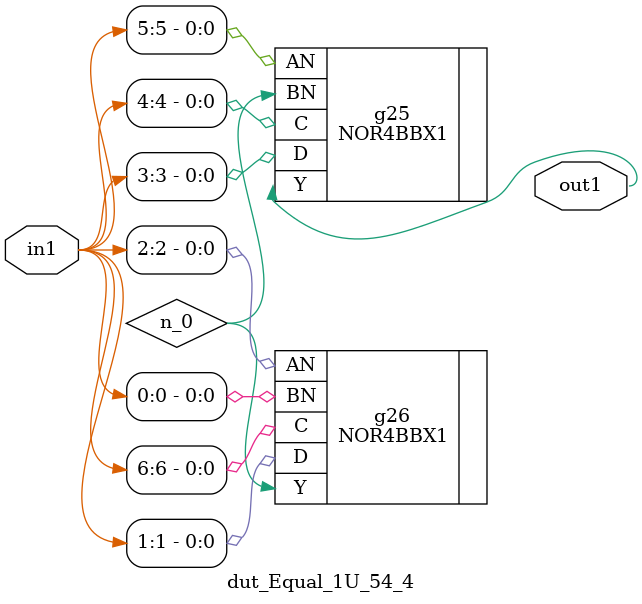
<source format=v>
`timescale 1ps / 1ps


module dut_Equal_1U_54_4(in1, out1);
  input [6:0] in1;
  output out1;
  wire [6:0] in1;
  wire out1;
  wire n_0;
  NOR4BBX1 g25(.AN (in1[5]), .BN (n_0), .C (in1[4]), .D (in1[3]), .Y
       (out1));
  NOR4BBX1 g26(.AN (in1[2]), .BN (in1[0]), .C (in1[6]), .D (in1[1]), .Y
       (n_0));
endmodule



</source>
